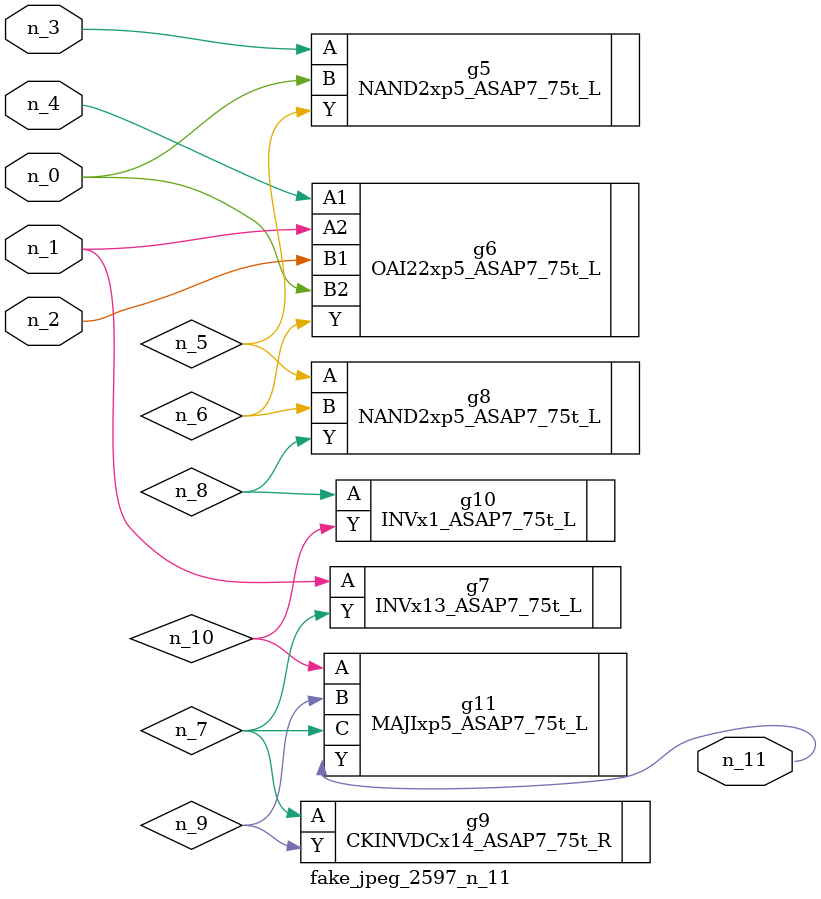
<source format=v>
module fake_jpeg_2597_n_11 (n_3, n_2, n_1, n_0, n_4, n_11);

input n_3;
input n_2;
input n_1;
input n_0;
input n_4;

output n_11;

wire n_10;
wire n_8;
wire n_9;
wire n_6;
wire n_5;
wire n_7;

NAND2xp5_ASAP7_75t_L g5 ( 
.A(n_3),
.B(n_0),
.Y(n_5)
);

OAI22xp5_ASAP7_75t_L g6 ( 
.A1(n_4),
.A2(n_1),
.B1(n_2),
.B2(n_0),
.Y(n_6)
);

INVx13_ASAP7_75t_L g7 ( 
.A(n_1),
.Y(n_7)
);

NAND2xp5_ASAP7_75t_L g8 ( 
.A(n_5),
.B(n_6),
.Y(n_8)
);

INVx1_ASAP7_75t_L g10 ( 
.A(n_8),
.Y(n_10)
);

CKINVDCx14_ASAP7_75t_R g9 ( 
.A(n_7),
.Y(n_9)
);

MAJIxp5_ASAP7_75t_L g11 ( 
.A(n_10),
.B(n_9),
.C(n_7),
.Y(n_11)
);


endmodule
</source>
